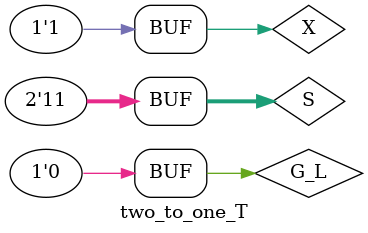
<source format=v>
`timescale 1ns / 1ps


module two_to_one_T;

	// Inputs
	reg G_L;
	reg [1:0] S;
	reg X;

	// Outputs
	wire Y;

	// Instantiate the Unit Under Test (UUT)
	two_to_one uut (
		.G_L(G_L), 
		.S(S), 
		.X(X), 
		.Y(Y)
	);

	initial begin
		// Initialize Inputs
		G_L = 0;
		S = 0;
		X = 0;

		// Wait 100 ns for global reset to finish
		S = 2'b00;
		X = 0;
		#100;
		S = 2'b00;
		X = 1;
		#100;
		S = 2'b01;
		X = 0;
		#100;
		S = 2'b01;
		X = 1;
		#100;
		S = 2'b10;
		X = 0;
		#100;
		S = 2'b10;
		X = 1;
		#100;
		S = 2'b11;
		X = 0;
		#100;
		S = 2'b11;
		X = 1;
		#100;
        
		// Add stimulus here

	end
      
endmodule


</source>
